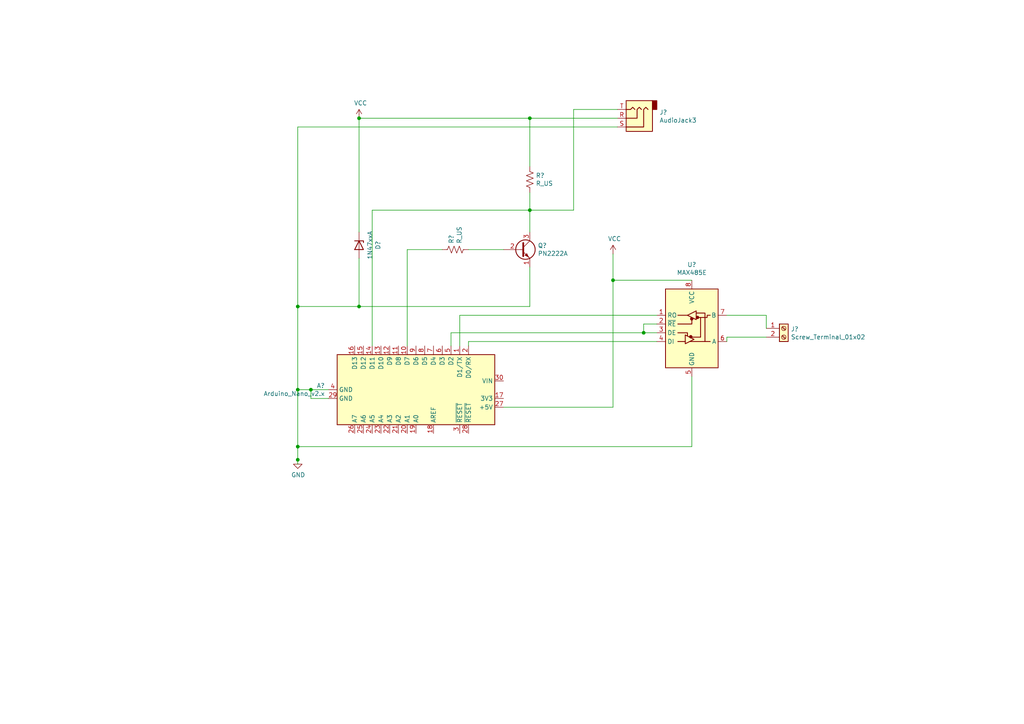
<source format=kicad_sch>
(kicad_sch (version 20230121) (generator eeschema)
  (paper "A4")
  (title_block (title "LanC to RS-485 Bridge") (company "Out-of-Band Development, LLC") (comment 4 "Matthew Whited"))
  (lib_symbols
    (symbol "Connector:Screw_Terminal_01x02" (pin_names (offset 1.016) hide)
      (property "Reference" "J" (at 0 2.54 0))
      (property "Value" "Screw_Terminal_01x02" (at 0 -5.08 0))
      (symbol "Screw_Terminal_01x02_1_1"
        (rectangle (start -1.27 1.27) (end 1.27 -3.81) (stroke (width 0.254)) (fill (type background)))
        (circle (center 0 -2.54) (radius 0.635) (stroke (width 0.1524)))
        (polyline (pts (xy -0.5334 -2.2098) (xy 0.3302 -3.048)) (stroke (width 0.1524)))
        (polyline (pts (xy -0.5334 0.3302) (xy 0.3302 -0.508)) (stroke (width 0.1524)))
        (polyline (pts (xy -0.3556 -2.032) (xy 0.508 -2.8702)) (stroke (width 0.1524)))
        (polyline (pts (xy -0.3556 0.508) (xy 0.508 -0.3302)) (stroke (width 0.1524)))
        (circle (center 0 0) (radius 0.635) (stroke (width 0.1524)))
        (pin passive line (at -5.08 0 0) (length 3.81) (name "Pin_1") (number "1"))
        (pin passive line (at -5.08 -2.54 0) (length 3.81) (name "Pin_2") (number "2"))
      )
    )
    (symbol "Device:R_US" (pin_numbers hide) (pin_names (offset 0))
      (property "Reference" "R" (at 2.54 0 90))
      (property "Value" "R_US" (at -2.54 0 90))
      (symbol "R_US_0_1"
        (polyline (pts (xy 0 -2.286) (xy 0 -2.54)))
        (polyline (pts (xy 0 2.286) (xy 0 2.54)))
        (polyline (pts (xy 0 -0.762) (xy 1.016 -1.143) (xy 0 -1.524) (xy -1.016 -1.905) (xy 0 -2.286)))
        (polyline (pts (xy 0 0.762) (xy 1.016 0.381) (xy 0 0) (xy -1.016 -0.381) (xy 0 -0.762)))
        (polyline (pts (xy 0 2.286) (xy 1.016 1.905) (xy 0 1.524) (xy -1.016 1.143) (xy 0 0.762)))
      )
      (symbol "R_US_1_1"
        (pin passive line (at 0 3.81 270) (length 1.27) (name "~") (number "1"))
        (pin passive line (at 0 -3.81 90) (length 1.27) (name "~") (number "2"))
      )
    )
    (symbol "Diode:1N47xxA" (pin_numbers hide) (pin_names hide)
      (property "Reference" "D" (at 0 2.54 0))
      (property "Value" "1N47xxA" (at 0 -2.54 0))
      (symbol "1N47xxA_0_1"
        (polyline (pts (xy 1.27 0) (xy -1.27 0)))
        (polyline (pts (xy -1.27 -1.27) (xy -1.27 1.27) (xy -0.762 1.27)) (stroke (width 0.254)))
        (polyline (pts (xy 1.27 -1.27) (xy 1.27 1.27) (xy -1.27 0) (xy 1.27 -1.27)) (stroke (width 0.254)))
      )
      (symbol "1N47xxA_1_1"
        (pin passive line (at -3.81 0 0) (length 2.54) (name "K") (number "1"))
        (pin passive line (at 3.81 0 180) (length 2.54) (name "A") (number "2"))
      )
    )
    (symbol "Interface_UART:MAX485E"
      (property "Reference" "U" (at -6.096 11.43 0))
      (property "Value" "MAX485E" (at 0.762 11.43 0))
      (symbol "MAX485E_0_1"
        (rectangle (start -7.62 10.16) (end 7.62 -12.7) (stroke (width 0.254)) (fill (type background)))
        (circle (center -0.3048 -3.683) (radius 0.3556) (stroke (width 0.254)) (fill (type outline)))
        (circle (center -0.0254 1.4986) (radius 0.3556) (stroke (width 0.254)) (fill (type outline)))
        (polyline (pts (xy -4.064 -5.08) (xy -1.905 -5.08)) (stroke (width 0.254)))
        (polyline (pts (xy -4.064 2.54) (xy -1.27 2.54)) (stroke (width 0.254)))
        (polyline (pts (xy -1.27 -3.2004) (xy -1.27 -3.4544)) (stroke (width 0.254)))
        (polyline (pts (xy -0.635 -5.08) (xy 5.334 -5.08)) (stroke (width 0.254)))
        (polyline (pts (xy -4.064 -2.54) (xy -1.27 -2.54) (xy -1.27 -3.175)) (stroke (width 0.254)))
        (polyline (pts (xy 0 1.27) (xy 0 0) (xy -4.064 0)) (stroke (width 0.254)))
        (polyline (pts (xy 1.27 3.175) (xy 3.81 3.175) (xy 3.81 -5.08)) (stroke (width 0.254)))
        (polyline (pts (xy 2.54 1.905) (xy 2.54 -3.81) (xy 0 -3.81)) (stroke (width 0.254)))
        (polyline (pts (xy -1.905 -3.175) (xy -1.905 -5.715) (xy 0.635 -4.445) (xy -1.905 -3.175)) (stroke (width 0.254)))
        (polyline (pts (xy -1.27 2.54) (xy 1.27 3.81) (xy 1.27 1.27) (xy -1.27 2.54)) (stroke (width 0.254)))
        (polyline (pts (xy 1.905 1.905) (xy 4.445 1.905) (xy 4.445 2.54) (xy 5.334 2.54)) (stroke (width 0.254)))
        (rectangle (start 1.27 3.175) (end 1.27 3.175))
        (circle (center 1.651 1.905) (radius 0.3556) (stroke (width 0.254)) (fill (type outline)))
      )
      (symbol "MAX485E_1_1"
        (pin output line (at -10.16 2.54 0) (length 2.54) (name "RO") (number "1"))
        (pin input line (at -10.16 0 0) (length 2.54) (name "~{RE}") (number "2"))
        (pin input line (at -10.16 -2.54 0) (length 2.54) (name "DE") (number "3"))
        (pin input line (at -10.16 -5.08 0) (length 2.54) (name "DI") (number "4"))
        (pin power_in line (at 0 -15.24 90) (length 2.54) (name "GND") (number "5"))
        (pin bidirectional line (at 10.16 -5.08 180) (length 2.54) (name "A") (number "6"))
        (pin bidirectional line (at 10.16 2.54 180) (length 2.54) (name "B") (number "7"))
        (pin power_in line (at 0 12.7 270) (length 2.54) (name "VCC") (number "8"))
      )
    )
    (symbol "MCU_Module:Arduino_Nano_v2.x"
      (property "Reference" "A" (at -10.16 23.495 0))
      (property "Value" "Arduino_Nano_v2.x" (at 5.08 -24.13 0))
      (symbol "Arduino_Nano_v2.x_0_1"
        (rectangle (start -10.16 22.86) (end 10.16 -22.86) (stroke (width 0.254)) (fill (type background)))
      )
      (symbol "Arduino_Nano_v2.x_1_1"
        (pin bidirectional line (at -12.7 12.7 0) (length 2.54) (name "D1/TX") (number "1"))
        (pin bidirectional line (at -12.7 -2.54 0) (length 2.54) (name "D7") (number "10"))
        (pin bidirectional line (at -12.7 -5.08 0) (length 2.54) (name "D8") (number "11"))
        (pin bidirectional line (at -12.7 -7.62 0) (length 2.54) (name "D9") (number "12"))
        (pin bidirectional line (at -12.7 -10.16 0) (length 2.54) (name "D10") (number "13"))
        (pin bidirectional line (at -12.7 -12.7 0) (length 2.54) (name "D11") (number "14"))
        (pin bidirectional line (at -12.7 -15.24 0) (length 2.54) (name "D12") (number "15"))
        (pin bidirectional line (at -12.7 -17.78 0) (length 2.54) (name "D13") (number "16"))
        (pin power_out line (at 2.54 25.4 270) (length 2.54) (name "3V3") (number "17"))
        (pin input line (at 12.7 5.08 180) (length 2.54) (name "AREF") (number "18"))
        (pin bidirectional line (at 12.7 0 180) (length 2.54) (name "A0") (number "19"))
        (pin bidirectional line (at -12.7 15.24 0) (length 2.54) (name "D0/RX") (number "2"))
        (pin bidirectional line (at 12.7 -2.54 180) (length 2.54) (name "A1") (number "20"))
        (pin bidirectional line (at 12.7 -5.08 180) (length 2.54) (name "A2") (number "21"))
        (pin bidirectional line (at 12.7 -7.62 180) (length 2.54) (name "A3") (number "22"))
        (pin bidirectional line (at 12.7 -10.16 180) (length 2.54) (name "A4") (number "23"))
        (pin bidirectional line (at 12.7 -12.7 180) (length 2.54) (name "A5") (number "24"))
        (pin bidirectional line (at 12.7 -15.24 180) (length 2.54) (name "A6") (number "25"))
        (pin bidirectional line (at 12.7 -17.78 180) (length 2.54) (name "A7") (number "26"))
        (pin power_out line (at 5.08 25.4 270) (length 2.54) (name "+5V") (number "27"))
        (pin input line (at 12.7 15.24 180) (length 2.54) (name "~{RESET}") (number "28"))
        (pin power_in line (at 2.54 -25.4 90) (length 2.54) (name "GND") (number "29"))
        (pin input line (at 12.7 12.7 180) (length 2.54) (name "~{RESET}") (number "3"))
        (pin power_in line (at -2.54 25.4 270) (length 2.54) (name "VIN") (number "30"))
        (pin power_in line (at 0 -25.4 90) (length 2.54) (name "GND") (number "4"))
        (pin bidirectional line (at -12.7 10.16 0) (length 2.54) (name "D2") (number "5"))
        (pin bidirectional line (at -12.7 7.62 0) (length 2.54) (name "D3") (number "6"))
        (pin bidirectional line (at -12.7 5.08 0) (length 2.54) (name "D4") (number "7"))
        (pin bidirectional line (at -12.7 2.54 0) (length 2.54) (name "D5") (number "8"))
        (pin bidirectional line (at -12.7 0 0) (length 2.54) (name "D6") (number "9"))
      )
    )
    (symbol "Transistor_BJT:PN2222A" (pin_names (offset 0) hide)
      (property "Reference" "Q" (at 5.08 1.905 0))
      (property "Value" "PN2222A" (at 5.08 0 0))
      (symbol "PN2222A_0_1"
        (polyline (pts (xy 0 0) (xy 0.635 0)))
        (polyline (pts (xy 2.54 -2.54) (xy 0.635 -0.635)))
        (polyline (pts (xy 2.54 2.54) (xy 0.635 0.635)))
        (polyline (pts (xy 0.635 1.905) (xy 0.635 -1.905) (xy 0.635 -1.905)) (stroke (width 0.508)))
        (polyline (pts (xy 2.413 -2.413) (xy 1.905 -1.905) (xy 1.905 -1.905)))
        (polyline (pts (xy 1.143 -1.651) (xy 1.651 -1.143) (xy 2.159 -2.159) (xy 1.143 -1.651) (xy 1.143 -1.651)) (fill (type outline)))
        (circle (center 1.27 0) (radius 2.8194) (stroke (width 0.254)))
      )
      (symbol "PN2222A_1_1"
        (pin passive line (at 2.54 -5.08 90) (length 2.54) (name "E") (number "1"))
        (pin input line (at -5.08 0 0) (length 5.08) (name "B") (number "2"))
        (pin passive line (at 2.54 5.08 270) (length 2.54) (name "C") (number "3"))
      )
    )
    (symbol "lanc2rs485-rescue:AudioJack3-Connector"
      (property "Reference" "J" (at 0 8.89 0))
      (property "Value" "Connector_AudioJack3" (at 0 6.35 0))
      (symbol "AudioJack3-Connector_0_1"
        (rectangle (start -5.08 -5.08) (end -6.35 -2.54) (stroke (width 0.254)) (fill (type outline)))
        (polyline (pts (xy 0 -2.54) (xy 0.635 -3.175) (xy 1.27 -2.54) (xy 2.54 -2.54)) (stroke (width 0.254)))
        (polyline (pts (xy -1.905 -2.54) (xy -1.27 -3.175) (xy -0.635 -2.54) (xy -0.635 0) (xy 2.54 0)) (stroke (width 0.254)))
        (polyline (pts (xy 2.54 2.54) (xy -2.54 2.54) (xy -2.54 -2.54) (xy -3.175 -3.175) (xy -3.81 -2.54)) (stroke (width 0.254)))
        (rectangle (start 2.54 3.81) (end -5.08 -5.08) (stroke (width 0.254)) (fill (type background)))
      )
      (symbol "AudioJack3-Connector_1_1"
        (pin passive line (at 5.08 0 180) (length 2.54) (name "~") (number "R"))
        (pin passive line (at 5.08 2.54 180) (length 2.54) (name "~") (number "S"))
        (pin passive line (at 5.08 -2.54 180) (length 2.54) (name "~") (number "T"))
      )
    )
    (symbol "power:GND" (power) (pin_names (offset 0))
      (property "Value" "GND" (at 0 -3.81 0))
      (symbol "GND_0_1"
        (polyline (pts (xy 0 0) (xy 0 -1.27) (xy 1.27 -1.27) (xy 0 -2.54) (xy -1.27 -1.27) (xy 0 -1.27)))
      )
      (symbol "GND_1_1"
        (pin power_in line (at 0 0 270) (length 0) hide (name "GND") (number "1"))
      )
    )
    (symbol "power:VCC" (power) (pin_names (offset 0))
      (property "Value" "VCC" (at 0 3.81 0))
      (symbol "VCC_0_1"
        (polyline (pts (xy -0.762 1.27) (xy 0 2.54)))
        (polyline (pts (xy 0 0) (xy 0 2.54)))
        (polyline (pts (xy 0 2.54) (xy 0.762 1.27)))
      )
      (symbol "VCC_1_1"
        (pin power_in line (at 0 0 90) (length 0) hide (name "VCC") (number "1"))
      )
    )
  )
  (junction (at 86.36 88.9))
  (junction (at 153.67 60.96))
  (junction (at 177.8 81.28))
  (junction (at 104.14 34.29))
  (junction (at 86.36 133.35))
  (junction (at 86.36 113.03))
  (junction (at 186.69 96.52))
  (junction (at 86.36 129.54))
  (junction (at 153.67 34.29))
  (junction (at 104.14 88.9))
  (junction (at 90.17 113.03))
  (wire (pts (xy 200.66 109.22) (xy 200.66 129.54)))
  (wire (pts (xy 177.8 118.11) (xy 146.05 118.11)))
  (wire (pts (xy 86.36 129.54) (xy 86.36 113.03)))
  (wire (pts (xy 107.95 60.96) (xy 107.95 100.33)))
  (wire (pts (xy 153.67 34.29) (xy 179.07 34.29)))
  (wire (pts (xy 90.17 115.57) (xy 90.17 113.03)))
  (wire (pts (xy 153.67 77.47) (xy 153.67 88.9)))
  (wire (pts (xy 104.14 67.31) (xy 104.14 34.29)))
  (wire (pts (xy 95.25 115.57) (xy 90.17 115.57)))
  (wire (pts (xy 222.25 91.44) (xy 222.25 95.25)))
  (wire (pts (xy 179.07 36.83) (xy 86.36 36.83)))
  (wire (pts (xy 186.69 96.52) (xy 130.81 96.52)))
  (wire (pts (xy 153.67 88.9) (xy 104.14 88.9)))
  (wire (pts (xy 179.07 31.75) (xy 166.37 31.75)))
  (wire (pts (xy 104.14 74.93) (xy 104.14 88.9)))
  (wire (pts (xy 166.37 60.96) (xy 153.67 60.96)))
  (wire (pts (xy 210.82 97.79) (xy 210.82 99.06)))
  (wire (pts (xy 186.69 96.52) (xy 190.5 96.52)))
  (wire (pts (xy 90.17 113.03) (xy 95.25 113.03)))
  (wire (pts (xy 153.67 60.96) (xy 153.67 67.31)))
  (wire (pts (xy 86.36 36.83) (xy 86.36 88.9)))
  (wire (pts (xy 177.8 81.28) (xy 177.8 118.11)))
  (wire (pts (xy 200.66 129.54) (xy 86.36 129.54)))
  (wire (pts (xy 135.89 72.39) (xy 146.05 72.39)))
  (wire (pts (xy 153.67 60.96) (xy 107.95 60.96)))
  (wire (pts (xy 133.35 100.33) (xy 133.35 91.44)))
  (wire (pts (xy 153.67 55.88) (xy 153.67 60.96)))
  (wire (pts (xy 200.66 81.28) (xy 177.8 81.28)))
  (wire (pts (xy 86.36 88.9) (xy 86.36 113.03)))
  (wire (pts (xy 118.11 72.39) (xy 128.27 72.39)))
  (wire (pts (xy 222.25 97.79) (xy 210.82 97.79)))
  (wire (pts (xy 86.36 133.35) (xy 86.36 129.54)))
  (wire (pts (xy 190.5 99.06) (xy 135.89 99.06)))
  (wire (pts (xy 104.14 34.29) (xy 153.67 34.29)))
  (wire (pts (xy 190.5 93.98) (xy 186.69 93.98)))
  (wire (pts (xy 86.36 113.03) (xy 90.17 113.03)))
  (wire (pts (xy 130.81 96.52) (xy 130.81 100.33)))
  (wire (pts (xy 153.67 48.26) (xy 153.67 34.29)))
  (wire (pts (xy 133.35 91.44) (xy 190.5 91.44)))
  (wire (pts (xy 86.36 134.62) (xy 86.36 133.35)))
  (wire (pts (xy 118.11 100.33) (xy 118.11 72.39)))
  (wire (pts (xy 177.8 81.28) (xy 177.8 73.66)))
  (wire (pts (xy 166.37 31.75) (xy 166.37 60.96)))
  (wire (pts (xy 210.82 91.44) (xy 222.25 91.44)))
  (wire (pts (xy 104.14 88.9) (xy 86.36 88.9)))
  (wire (pts (xy 135.89 99.06) (xy 135.89 100.33)))
  (wire (pts (xy 186.69 93.98) (xy 186.69 96.52)))
  (symbol (lib_id "MCU_Module:Arduino_Nano_v2.x") (at 120.65 113.03 270) (unit 1)
    (property "Reference" "A?" (at 94.234 111.8616 90) (effects (justify right)))
    (property "Value" "Arduino_Nano_v2.x" (at 94.234 114.173 90) (effects (justify right)))
    (property "Footprint" "Module:Arduino_Nano" (effects hide))
    (property "Datasheet" "https://www.arduino.cc/en/uploads/Main/ArduinoNanoManual23.pdf" (effects hide))
  )
  (symbol (lib_id "lanc2rs485-rescue:AudioJack3-Connector") (at 184.15 34.29 180) (unit 1)
    (property "Reference" "J?" (at 191.262 32.5882 0) (effects (justify right)))
    (property "Value" "AudioJack3" (at 191.262 34.8996 0) (effects (justify right)))
  )
  (symbol (lib_id "Transistor_BJT:PN2222A") (at 151.13 72.39 0) (unit 1)
    (property "Reference" "Q?" (at 155.9814 71.2216 0) (effects (justify left)))
    (property "Value" "PN2222A" (at 155.9814 73.533 0) (effects (justify left)))
    (property "Footprint" "Package_TO_SOT_THT:TO-92_Inline" (effects hide))
    (property "Datasheet" "http://www.fairchildsemi.com/ds/PN/PN2222A.pdf" (effects hide))
  )
  (symbol (lib_id "Diode:1N47xxA") (at 104.14 71.12 270) (unit 1)
    (property "Reference" "D?" (at 109.6264 71.12 0))
    (property "Value" "1N47xxA" (at 107.315 71.12 0))
    (property "Footprint" "Diode_THT:D_DO-41_SOD81_P10.16mm_Horizontal" (effects hide))
    (property "Datasheet" "https://www.vishay.com/docs/85816/1n4728a.pdf" (effects hide))
  )
  (symbol (lib_id "Device:R_US") (at 132.08 72.39 90) (unit 1)
    (property "Reference" "R?" (at 130.9116 70.6628 0) (effects (justify left)))
    (property "Value" "R_US" (at 133.223 70.6628 0) (effects (justify left)))
  )
  (symbol (lib_id "Device:R_US") (at 153.67 52.07 0) (unit 1)
    (property "Reference" "R?" (at 155.3972 50.9016 0) (effects (justify left)))
    (property "Value" "R_US" (at 155.3972 53.213 0) (effects (justify left)))
  )
  (symbol (lib_id "power:VCC") (at 104.14 34.29 0) (unit 1)
    (property "Reference" "#PWR?" (effects hide))
    (property "Value" "VCC" (at 104.5718 29.8958 0))
  )
  (symbol (lib_id "power:GND") (at 86.36 133.35 0) (unit 1)
    (property "Reference" "#PWR?" (effects hide))
    (property "Value" "GND" (at 86.487 137.7442 0))
  )
  (symbol (lib_id "Interface_UART:MAX485E") (at 200.66 93.98 0) (unit 1)
    (property "Reference" "U?" (at 200.66 76.7588 0))
    (property "Value" "MAX485E" (at 200.66 79.0702 0))
    (property "Datasheet" "https://datasheets.maximintegrated.com/en/ds/MAX1487E-MAX491E.pdf" (effects hide))
  )
  (symbol (lib_id "power:VCC") (at 177.8 73.66 0) (unit 1)
    (property "Reference" "#PWR?" (effects hide))
    (property "Value" "VCC" (at 178.2318 69.2658 0))
  )
  (symbol (lib_id "Connector:Screw_Terminal_01x02") (at 227.33 95.25 0) (unit 1)
    (property "Reference" "J?" (at 229.362 95.4532 0) (effects (justify left)))
    (property "Value" "Screw_Terminal_01x02" (at 229.362 97.7646 0) (effects (justify left)))
  )
)
</source>
